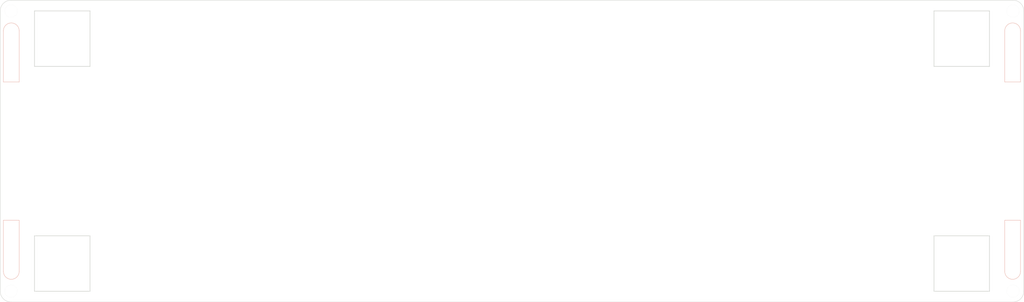
<source format=kicad_pcb>
(kicad_pcb (version 20240108) (generator "pcbnew") (generator_version "8.0")
  (layers (0 "F.Cu" signal) (31 "B.Cu" signal) (34 "B.Paste" user) (35 "F.Paste" user) (36 "B.SilkS" user "B.Silkscreen") (37 "F.SilkS" user "F.Silkscreen") (38 "B.Mask" user) (39 "F.Mask" user) (44 "Edge.Cuts" user))
  (net 0 "")
  (footprint "kbd_SW_Hole:SW_Hole_1u_JLC" (layer "F.Cu") (at 47.625 47.625)
    (property "Reference" "K_ESC1" (hide yes))
    (property "Value" "MX-NoLED" (hide yes))
    (fp_line (start -7.05 -7.05) (end 7.05 -7.05) (stroke (width 0.15)) (layer "Edge.Cuts"))
    (fp_line (start -7.05 7.05) (end -7.05 -7.05) (stroke (width 0.15)) (layer "Edge.Cuts"))
    (fp_line (start 7.05 -7.05) (end 7.05 7.05) (stroke (width 0.15)) (layer "Edge.Cuts"))
    (fp_line (start 7.05 7.05) (end -7.05 7.05) (stroke (width 0.15)) (layer "Edge.Cuts"))
  )
  (footprint "kbd_SW_Hole:SW_Hole_1u_JLC" (layer "F.Cu") (at 276.225 104.775)
    (property "Reference" "K_RIGHT1" (hide yes))
    (property "Value" "MX-NoLED" (hide yes))
    (fp_line (start -7.05 -7.05) (end 7.05 -7.05) (stroke (width 0.15)) (layer "Edge.Cuts"))
    (fp_line (start -7.05 7.05) (end -7.05 -7.05) (stroke (width 0.15)) (layer "Edge.Cuts"))
    (fp_line (start 7.05 -7.05) (end 7.05 7.05) (stroke (width 0.15)) (layer "Edge.Cuts"))
    (fp_line (start 7.05 7.05) (end -7.05 7.05) (stroke (width 0.15)) (layer "Edge.Cuts"))
  )
  (footprint "kbd_Hole:m3_Screw_Hole_EdgeCuts" (layer "F.Cu") (at 289.25 111.8 180)
    (property "Reference" "Ref**" (hide yes))
    (property "Value" "Val**" (hide yes))
    (fp_circle (center 0 0) (end 1.6 0) (stroke (width 0.01)) (fill none) (layer "Edge.Cuts"))
  )
  (footprint "kbd_Hole:m3_Screw_Hole_EdgeCuts" (layer "F.Cu") (at 34.6 111.8)
    (property "Reference" "Ref**" (hide yes))
    (property "Value" "Val**" (hide yes))
    (fp_circle (center 0 0) (end 1.6 0) (stroke (width 0.01)) (fill none) (layer "Edge.Cuts"))
  )
  (footprint "kbd_SW_Hole:SW_Hole_1u_JLC" (layer "F.Cu") (at 276.225 47.625)
    (property "Reference" "K_DEL1" (hide yes))
    (property "Value" "MX-NoLED" (hide yes))
    (fp_line (start -7.05 -7.05) (end 7.05 -7.05) (stroke (width 0.15)) (layer "Edge.Cuts"))
    (fp_line (start -7.05 7.05) (end -7.05 -7.05) (stroke (width 0.15)) (layer "Edge.Cuts"))
    (fp_line (start 7.05 -7.05) (end 7.05 7.05) (stroke (width 0.15)) (layer "Edge.Cuts"))
    (fp_line (start 7.05 7.05) (end -7.05 7.05) (stroke (width 0.15)) (layer "Edge.Cuts"))
  )
  (footprint "kbd_Hole:m3_Screw_Hole_EdgeCuts" (layer "F.Cu") (at 34.6 40.6)
    (property "Reference" "Ref**" (hide yes))
    (property "Value" "Val**" (hide yes))
    (fp_circle (center 0 0) (end 1.6 0) (stroke (width 0.01)) (fill none) (layer "Edge.Cuts"))
  )
  (footprint "kbd_Hole:m3_Screw_Hole_EdgeCuts" (layer "F.Cu") (at 289.25 40.6 180)
    (property "Reference" "Ref**" (hide yes))
    (property "Value" "Val**" (hide yes))
    (fp_circle (center 0 0) (end 1.6 0) (stroke (width 0.01)) (fill none) (layer "Edge.Cuts"))
  )
  (footprint "kbd_SW_Hole:SW_Hole_1u_JLC" (layer "F.Cu") (at 47.625 104.775 180)
    (property "Reference" "K_LCTRL1" (hide yes))
    (property "Value" "MX-NoLED" (hide yes))
    (fp_line (start 7.05 7.05) (end -7.05 7.05) (stroke (width 0.15)) (layer "Edge.Cuts"))
    (fp_line (start 7.05 -7.05) (end 7.05 7.05) (stroke (width 0.15)) (layer "Edge.Cuts"))
    (fp_line (start -7.05 7.05) (end -7.05 -7.05) (stroke (width 0.15)) (layer "Edge.Cuts"))
    (fp_line (start -7.05 -7.05) (end 7.05 -7.05) (stroke (width 0.15)) (layer "Edge.Cuts"))
  )
  (gr_arc (start 32.66875 45.63125) (mid 34.66875 43.63125) (end 36.66875 45.63125) (stroke (width 0.1)) (layer "B.SilkS"))
  (gr_line (start 287.1625 58.63125) (end 287.1625 45.63125) (stroke (width 0.1)) (layer "B.SilkS"))
  (gr_line (start 36.66875 93.78125) (end 36.66875 106.78125) (stroke (width 0.1)) (layer "B.SilkS"))
  (gr_arc (start 36.66875 106.78125) (mid 34.66875 108.78125) (end 32.66875 106.78125) (stroke (width 0.1)) (layer "B.SilkS"))
  (gr_arc (start 287.1625 45.63125) (mid 289.1625 43.63125) (end 291.1625 45.63125) (stroke (width 0.1)) (layer "B.SilkS"))
  (gr_line (start 32.66875 58.63125) (end 32.66875 45.63125) (stroke (width 0.1)) (layer "B.SilkS"))
  (gr_line (start 287.1625 106.78125) (end 287.1625 93.78125) (stroke (width 0.1)) (layer "B.SilkS"))
  (gr_line (start 36.66875 58.63125) (end 32.66875 58.63125) (stroke (width 0.1)) (layer "B.SilkS"))
  (gr_line (start 32.66875 106.78125) (end 32.66875 93.78125) (stroke (width 0.1)) (layer "B.SilkS"))
  (gr_line (start 291.1625 93.78125) (end 291.1625 106.78125) (stroke (width 0.1)) (layer "B.SilkS"))
  (gr_line (start 36.66875 45.63125) (end 36.66875 58.63125) (stroke (width 0.1)) (layer "B.SilkS"))
  (gr_line (start 291.1625 58.63125) (end 287.1625 58.63125) (stroke (width 0.1)) (layer "B.SilkS"))
  (gr_line (start 32.66875 93.78125) (end 36.66875 93.78125) (stroke (width 0.1)) (layer "B.SilkS"))
  (gr_line (start 291.1625 45.63125) (end 291.1625 58.63125) (stroke (width 0.1)) (layer "B.SilkS"))
  (gr_arc (start 291.1625 106.78125) (mid 289.1625 108.78125) (end 287.1625 106.78125) (stroke (width 0.1)) (layer "B.SilkS"))
  (gr_line (start 287.1625 93.78125) (end 291.1625 93.78125) (stroke (width 0.1)) (layer "B.SilkS"))
  (gr_arc (start 31.85 40.6) (mid 32.655442 38.655442) (end 34.6 37.85) (stroke (width 0.1)) (layer "Edge.Cuts"))
  (gr_line (start 34.6 114.55) (end 289.25 114.55) (stroke (width 0.1)) (layer "Edge.Cuts"))
  (gr_line (start 31.85 40.6) (end 31.85 111.8) (stroke (width 0.1)) (layer "Edge.Cuts"))
  (gr_line (start 292 111.8) (end 292 40.6) (stroke (width 0.1)) (layer "Edge.Cuts"))
  (gr_line (start 289.25 37.85) (end 34.6 37.85) (stroke (width 0.1)) (layer "Edge.Cuts"))
  (gr_arc (start 34.6 114.55) (mid 32.655442 113.744558) (end 31.85 111.8) (stroke (width 0.1)) (layer "Edge.Cuts"))
  (gr_arc (start 289.25 37.85) (mid 291.194558 38.655442) (end 292 40.6) (stroke (width 0.1)) (layer "Edge.Cuts"))
  (gr_arc (start 292 111.8) (mid 291.194558 113.744558) (end 289.25 114.55) (stroke (width 0.1)) (layer "Edge.Cuts"))
)
</source>
